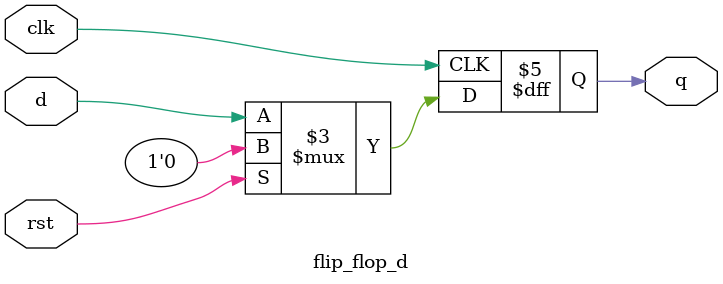
<source format=sv>
module flip_flop_d #(
    parameter WIDTH = 1
) (
    input  logic clk,
    input  logic rst,
    input  logic [WIDTH-1:0] d,
    output logic [WIDTH-1:0] q
);

    always_ff @(posedge clk) begin
        if (rst) begin
            q <= '0;
        end else begin
            q <= d;
        end
    end

endmodule

</source>
